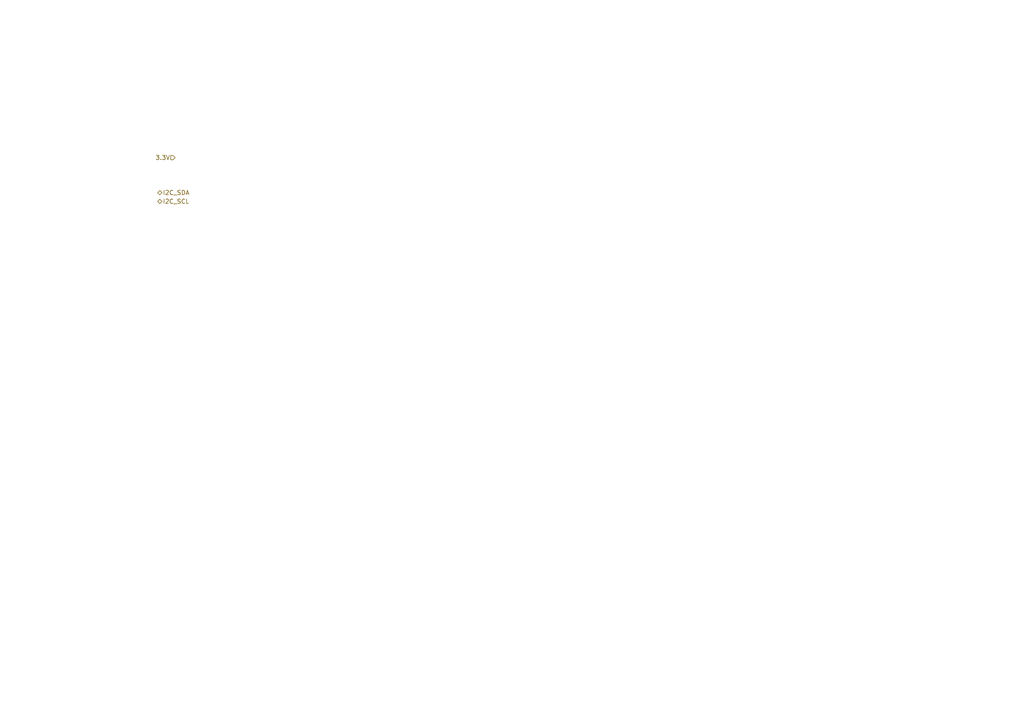
<source format=kicad_sch>
(kicad_sch
	(version 20231120)
	(generator "eeschema")
	(generator_version "8.0")
	(uuid "b6804fcd-be19-4def-ba73-1ea999fdbe68")
	(paper "A4")
	(lib_symbols)
	(hierarchical_label "I2C_SCL"
		(shape bidirectional)
		(at 45.72 58.42 0)
		(fields_autoplaced yes)
		(effects
			(font
				(size 1.27 1.27)
			)
			(justify left)
		)
		(uuid "33be6f36-1bad-4872-bc02-a324fe81c3f3")
	)
	(hierarchical_label "3.3V"
		(shape input)
		(at 50.8 45.72 180)
		(fields_autoplaced yes)
		(effects
			(font
				(size 1.27 1.27)
			)
			(justify right)
		)
		(uuid "653f8b8e-5b5d-46d4-908a-14a1af2454b5")
	)
	(hierarchical_label "I2C_SDA"
		(shape bidirectional)
		(at 45.72 55.88 0)
		(fields_autoplaced yes)
		(effects
			(font
				(size 1.27 1.27)
			)
			(justify left)
		)
		(uuid "8a055401-862c-43b0-8b40-fcef0a4be6ed")
	)
)

</source>
